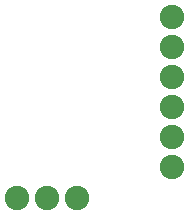
<source format=gbr>
%TF.GenerationSoftware,KiCad,Pcbnew,8.0.8+dfsg-1*%
%TF.CreationDate,2025-02-13T13:44:32+01:00*%
%TF.ProjectId,DigiKitkat,44696769-4b69-4746-9b61-742e6b696361,rev?*%
%TF.SameCoordinates,Original*%
%TF.FileFunction,Soldermask,Bot*%
%TF.FilePolarity,Negative*%
%FSLAX46Y46*%
G04 Gerber Fmt 4.6, Leading zero omitted, Abs format (unit mm)*
G04 Created by KiCad (PCBNEW 8.0.8+dfsg-1) date 2025-02-13 13:44:32*
%MOMM*%
%LPD*%
G01*
G04 APERTURE LIST*
%ADD10C,2.072200*%
G04 APERTURE END LIST*
D10*
%TO.C,J2*%
X151914300Y-112762500D03*
X149374300Y-112762500D03*
X146834300Y-112762500D03*
%TD*%
%TO.C,J1*%
X159978730Y-97507560D03*
X159978730Y-100047560D03*
X159978730Y-102587560D03*
X159978730Y-105127560D03*
X159978730Y-107667560D03*
X159978730Y-110207560D03*
%TD*%
M02*

</source>
